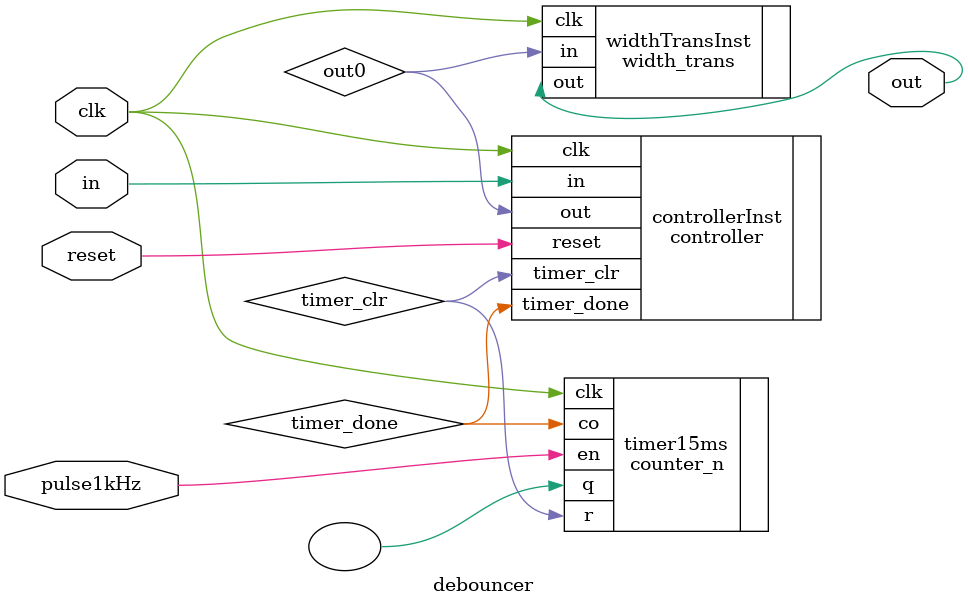
<source format=v>
module debouncer(in,clk,reset,out,pulse1kHz);

    parameter width=1;
    input  [width-1:0] in;
    output [width-1:0] out;
    wire   [width-1:0] out0;
    input clk,reset,pulse1kHz;
    wire timer_clr,timer_done;
    
    counter_n #(.n(15),.counter_bits(4)) timer15ms(.clk(clk),.r(timer_clr),.en(pulse1kHz),.co(timer_done),.q());//计时15ms

    controller #(.width(width)) controllerInst(.in(in),.reset(reset),.clk(clk),.timer_done(timer_done),.timer_clr(timer_clr),.out(out0));//控制器
    
    width_trans  #(.width(width)) widthTransInst(.in(out0),.clk(clk),.out(out));//脉宽变换

endmodule

</source>
